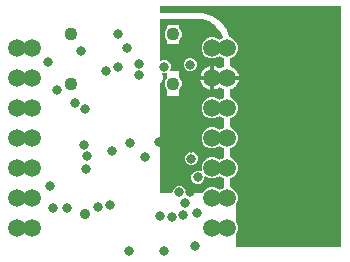
<source format=gbr>
G04 EAGLE Gerber RS-274X export*
G75*
%MOMM*%
%FSLAX34Y34*%
%LPD*%
%INCopper Layer 2*%
%IPPOS*%
%AMOC8*
5,1,8,0,0,1.08239X$1,22.5*%
G01*
%ADD10C,1.108000*%
%ADD11C,1.508000*%
%ADD12C,0.800100*%
%ADD13C,0.906400*%

G36*
X165120Y3052D02*
X165120Y3052D01*
X165139Y3050D01*
X165241Y3072D01*
X165343Y3089D01*
X165360Y3098D01*
X165380Y3102D01*
X165469Y3155D01*
X165560Y3204D01*
X165574Y3218D01*
X165591Y3228D01*
X165658Y3307D01*
X165730Y3382D01*
X165738Y3400D01*
X165751Y3415D01*
X165790Y3511D01*
X165833Y3605D01*
X165835Y3625D01*
X165843Y3643D01*
X165861Y3810D01*
X165861Y207010D01*
X165858Y207030D01*
X165860Y207049D01*
X165838Y207151D01*
X165822Y207253D01*
X165812Y207270D01*
X165808Y207290D01*
X165755Y207379D01*
X165706Y207470D01*
X165692Y207484D01*
X165682Y207501D01*
X165603Y207568D01*
X165528Y207640D01*
X165510Y207648D01*
X165495Y207661D01*
X165399Y207700D01*
X165305Y207743D01*
X165285Y207745D01*
X165267Y207753D01*
X165100Y207771D01*
X12700Y207771D01*
X12680Y207768D01*
X12661Y207770D01*
X12559Y207748D01*
X12457Y207732D01*
X12440Y207722D01*
X12420Y207718D01*
X12331Y207665D01*
X12240Y207616D01*
X12226Y207602D01*
X12209Y207592D01*
X12142Y207513D01*
X12071Y207438D01*
X12062Y207420D01*
X12049Y207405D01*
X12010Y207309D01*
X11967Y207215D01*
X11965Y207195D01*
X11957Y207177D01*
X11939Y207010D01*
X11939Y202692D01*
X11942Y202672D01*
X11940Y202653D01*
X11962Y202551D01*
X11979Y202449D01*
X11988Y202432D01*
X11992Y202412D01*
X12045Y202323D01*
X12094Y202232D01*
X12108Y202218D01*
X12118Y202201D01*
X12197Y202134D01*
X12272Y202062D01*
X12290Y202054D01*
X12305Y202041D01*
X12401Y202002D01*
X12495Y201959D01*
X12515Y201957D01*
X12533Y201949D01*
X12700Y201931D01*
X48240Y201931D01*
X56658Y199196D01*
X63818Y193993D01*
X69021Y186833D01*
X70735Y181556D01*
X70791Y181448D01*
X70845Y181341D01*
X70847Y181339D01*
X70848Y181337D01*
X70934Y181254D01*
X71021Y181168D01*
X71023Y181167D01*
X71025Y181166D01*
X71032Y181162D01*
X71168Y181088D01*
X74350Y179770D01*
X76900Y177220D01*
X78280Y173888D01*
X78280Y170282D01*
X76900Y166950D01*
X74350Y164400D01*
X72226Y163520D01*
X72126Y163459D01*
X72026Y163399D01*
X72022Y163394D01*
X72017Y163391D01*
X71942Y163300D01*
X71866Y163212D01*
X71864Y163206D01*
X71860Y163201D01*
X71818Y163093D01*
X71774Y162984D01*
X71773Y162976D01*
X71772Y162972D01*
X71771Y162953D01*
X71756Y162817D01*
X71756Y157012D01*
X71760Y156988D01*
X71757Y156965D01*
X71779Y156867D01*
X71795Y156769D01*
X71807Y156748D01*
X71812Y156725D01*
X71864Y156640D01*
X71911Y156552D01*
X71928Y156536D01*
X71940Y156515D01*
X72017Y156451D01*
X72089Y156383D01*
X72111Y156372D01*
X72129Y156357D01*
X72282Y156288D01*
X73085Y156027D01*
X74498Y155307D01*
X75782Y154374D01*
X76904Y153252D01*
X77837Y151968D01*
X78557Y150555D01*
X79048Y149046D01*
X79180Y148208D01*
X72517Y148208D01*
X72497Y148205D01*
X72478Y148207D01*
X72376Y148185D01*
X72274Y148168D01*
X72257Y148159D01*
X72237Y148155D01*
X72148Y148102D01*
X72057Y148053D01*
X72043Y148039D01*
X72026Y148029D01*
X71959Y147950D01*
X71887Y147875D01*
X71879Y147857D01*
X71866Y147842D01*
X71827Y147746D01*
X71784Y147652D01*
X71782Y147632D01*
X71774Y147614D01*
X71756Y147447D01*
X71756Y145923D01*
X71759Y145903D01*
X71757Y145884D01*
X71779Y145782D01*
X71795Y145680D01*
X71805Y145663D01*
X71809Y145643D01*
X71862Y145554D01*
X71911Y145463D01*
X71925Y145449D01*
X71935Y145432D01*
X72014Y145365D01*
X72089Y145294D01*
X72107Y145285D01*
X72122Y145272D01*
X72218Y145233D01*
X72312Y145190D01*
X72332Y145188D01*
X72350Y145180D01*
X72517Y145162D01*
X79180Y145162D01*
X79048Y144324D01*
X78557Y142815D01*
X77837Y141402D01*
X76904Y140118D01*
X75782Y138996D01*
X74498Y138063D01*
X73085Y137343D01*
X72282Y137082D01*
X72261Y137071D01*
X72237Y137066D01*
X72152Y137015D01*
X72063Y136969D01*
X72047Y136952D01*
X72026Y136940D01*
X71961Y136864D01*
X71892Y136793D01*
X71882Y136771D01*
X71866Y136753D01*
X71829Y136660D01*
X71786Y136571D01*
X71783Y136547D01*
X71774Y136525D01*
X71756Y136358D01*
X71756Y130553D01*
X71775Y130438D01*
X71792Y130322D01*
X71794Y130316D01*
X71795Y130310D01*
X71850Y130207D01*
X71903Y130103D01*
X71908Y130098D01*
X71911Y130093D01*
X71995Y130013D01*
X72079Y129930D01*
X72085Y129927D01*
X72089Y129923D01*
X72106Y129916D01*
X72226Y129850D01*
X74350Y128970D01*
X76900Y126420D01*
X78280Y123088D01*
X78280Y119482D01*
X76900Y116150D01*
X74350Y113600D01*
X72226Y112720D01*
X72126Y112659D01*
X72026Y112599D01*
X72022Y112594D01*
X72017Y112591D01*
X71942Y112500D01*
X71866Y112412D01*
X71864Y112406D01*
X71860Y112401D01*
X71818Y112293D01*
X71774Y112184D01*
X71773Y112176D01*
X71772Y112172D01*
X71771Y112153D01*
X71756Y112017D01*
X71756Y105153D01*
X71775Y105038D01*
X71792Y104922D01*
X71794Y104916D01*
X71795Y104910D01*
X71850Y104807D01*
X71903Y104703D01*
X71908Y104698D01*
X71911Y104693D01*
X71995Y104613D01*
X72079Y104530D01*
X72085Y104527D01*
X72089Y104523D01*
X72106Y104516D01*
X72226Y104450D01*
X74350Y103570D01*
X76900Y101020D01*
X78280Y97688D01*
X78280Y94082D01*
X76900Y90750D01*
X74350Y88200D01*
X72226Y87320D01*
X72126Y87259D01*
X72026Y87199D01*
X72022Y87194D01*
X72017Y87191D01*
X71942Y87100D01*
X71866Y87012D01*
X71864Y87006D01*
X71860Y87001D01*
X71818Y86893D01*
X71774Y86784D01*
X71773Y86776D01*
X71772Y86772D01*
X71771Y86753D01*
X71756Y86617D01*
X71756Y79753D01*
X71775Y79638D01*
X71792Y79522D01*
X71794Y79516D01*
X71795Y79510D01*
X71850Y79407D01*
X71903Y79303D01*
X71908Y79298D01*
X71911Y79293D01*
X71995Y79213D01*
X72079Y79130D01*
X72085Y79127D01*
X72089Y79123D01*
X72106Y79116D01*
X72226Y79050D01*
X74350Y78170D01*
X76900Y75620D01*
X78280Y72288D01*
X78280Y68682D01*
X76900Y65350D01*
X74350Y62800D01*
X72226Y61920D01*
X72126Y61859D01*
X72026Y61799D01*
X72022Y61794D01*
X72017Y61791D01*
X71942Y61700D01*
X71866Y61612D01*
X71864Y61606D01*
X71860Y61601D01*
X71818Y61493D01*
X71774Y61384D01*
X71773Y61376D01*
X71772Y61372D01*
X71771Y61353D01*
X71756Y61217D01*
X71756Y54353D01*
X71775Y54238D01*
X71792Y54122D01*
X71794Y54116D01*
X71795Y54110D01*
X71850Y54007D01*
X71903Y53903D01*
X71908Y53898D01*
X71911Y53893D01*
X71995Y53813D01*
X72079Y53730D01*
X72085Y53727D01*
X72089Y53723D01*
X72106Y53716D01*
X72226Y53650D01*
X74350Y52770D01*
X76900Y50220D01*
X78280Y46888D01*
X78280Y43282D01*
X76887Y39921D01*
X76879Y39908D01*
X76819Y39839D01*
X76807Y39809D01*
X76788Y39782D01*
X76761Y39696D01*
X76727Y39611D01*
X76723Y39570D01*
X76716Y39547D01*
X76717Y39515D01*
X76709Y39444D01*
X76709Y25326D01*
X76724Y25236D01*
X76731Y25145D01*
X76743Y25115D01*
X76749Y25083D01*
X76791Y25003D01*
X76827Y24919D01*
X76853Y24887D01*
X76864Y24866D01*
X76887Y24844D01*
X76893Y24836D01*
X78280Y21488D01*
X78280Y17882D01*
X76887Y14521D01*
X76879Y14508D01*
X76819Y14439D01*
X76807Y14409D01*
X76788Y14382D01*
X76761Y14296D01*
X76727Y14211D01*
X76723Y14170D01*
X76716Y14147D01*
X76717Y14115D01*
X76709Y14044D01*
X76709Y3810D01*
X76712Y3790D01*
X76710Y3771D01*
X76732Y3669D01*
X76749Y3567D01*
X76758Y3550D01*
X76762Y3530D01*
X76815Y3441D01*
X76864Y3350D01*
X76878Y3336D01*
X76888Y3319D01*
X76967Y3252D01*
X77042Y3181D01*
X77060Y3172D01*
X77075Y3159D01*
X77171Y3120D01*
X77265Y3077D01*
X77285Y3075D01*
X77303Y3067D01*
X77470Y3049D01*
X165100Y3049D01*
X165120Y3052D01*
G37*
G36*
X22308Y49407D02*
X22308Y49407D01*
X22328Y49405D01*
X22429Y49427D01*
X22531Y49444D01*
X22549Y49453D01*
X22568Y49457D01*
X22657Y49510D01*
X22749Y49559D01*
X22762Y49573D01*
X22779Y49583D01*
X22847Y49662D01*
X22918Y49737D01*
X22926Y49755D01*
X22939Y49770D01*
X22978Y49866D01*
X23022Y49960D01*
X23024Y49980D01*
X23031Y49998D01*
X23050Y50165D01*
X23050Y50724D01*
X23891Y52755D01*
X25445Y54309D01*
X27476Y55150D01*
X29674Y55150D01*
X31705Y54309D01*
X33259Y52755D01*
X34100Y50724D01*
X34100Y50165D01*
X34103Y50145D01*
X34101Y50126D01*
X34123Y50024D01*
X34140Y49922D01*
X34149Y49905D01*
X34154Y49885D01*
X34207Y49796D01*
X34255Y49705D01*
X34269Y49691D01*
X34280Y49674D01*
X34358Y49607D01*
X34433Y49536D01*
X34451Y49527D01*
X34467Y49514D01*
X34563Y49475D01*
X34656Y49432D01*
X34676Y49430D01*
X34695Y49422D01*
X34861Y49404D01*
X47984Y49404D01*
X48098Y49423D01*
X48215Y49440D01*
X48220Y49443D01*
X48226Y49444D01*
X48329Y49498D01*
X48434Y49551D01*
X48438Y49556D01*
X48444Y49559D01*
X48525Y49644D01*
X48606Y49727D01*
X48610Y49733D01*
X48613Y49737D01*
X48621Y49754D01*
X48687Y49874D01*
X48830Y50220D01*
X51380Y52770D01*
X54712Y54150D01*
X58318Y54150D01*
X61650Y52770D01*
X62327Y52093D01*
X62343Y52081D01*
X62355Y52066D01*
X62443Y52010D01*
X62526Y51949D01*
X62545Y51943D01*
X62562Y51933D01*
X62663Y51907D01*
X62762Y51877D01*
X62781Y51877D01*
X62801Y51873D01*
X62904Y51881D01*
X63007Y51883D01*
X63026Y51890D01*
X63046Y51892D01*
X63141Y51932D01*
X63238Y51968D01*
X63254Y51980D01*
X63272Y51988D01*
X63403Y52093D01*
X64080Y52770D01*
X66204Y53650D01*
X66304Y53711D01*
X66404Y53771D01*
X66408Y53776D01*
X66413Y53779D01*
X66488Y53870D01*
X66564Y53958D01*
X66566Y53964D01*
X66570Y53969D01*
X66612Y54077D01*
X66656Y54186D01*
X66657Y54194D01*
X66658Y54198D01*
X66659Y54217D01*
X66674Y54353D01*
X66674Y61217D01*
X66655Y61332D01*
X66638Y61448D01*
X66636Y61454D01*
X66635Y61460D01*
X66580Y61563D01*
X66527Y61667D01*
X66522Y61672D01*
X66519Y61677D01*
X66435Y61757D01*
X66351Y61840D01*
X66345Y61843D01*
X66341Y61847D01*
X66324Y61854D01*
X66204Y61920D01*
X64080Y62800D01*
X63403Y63477D01*
X63387Y63489D01*
X63375Y63504D01*
X63287Y63561D01*
X63204Y63621D01*
X63185Y63627D01*
X63168Y63637D01*
X63067Y63663D01*
X62968Y63693D01*
X62949Y63693D01*
X62929Y63697D01*
X62826Y63689D01*
X62723Y63687D01*
X62704Y63680D01*
X62684Y63678D01*
X62589Y63638D01*
X62492Y63602D01*
X62476Y63590D01*
X62458Y63582D01*
X62327Y63477D01*
X61650Y62800D01*
X58318Y61420D01*
X54712Y61420D01*
X51380Y62800D01*
X51211Y62969D01*
X51153Y63011D01*
X51101Y63060D01*
X51081Y63070D01*
X51073Y63077D01*
X51047Y63087D01*
X51012Y63113D01*
X50943Y63134D01*
X50878Y63164D01*
X50849Y63167D01*
X50844Y63169D01*
X50820Y63172D01*
X50776Y63185D01*
X50714Y63184D01*
X50678Y63188D01*
X50673Y63188D01*
X50670Y63187D01*
X50634Y63191D01*
X50583Y63180D01*
X50531Y63179D01*
X50463Y63154D01*
X50444Y63150D01*
X50430Y63148D01*
X50428Y63146D01*
X50393Y63139D01*
X50348Y63112D01*
X50300Y63094D01*
X50244Y63050D01*
X50235Y63044D01*
X50213Y63033D01*
X50210Y63029D01*
X50182Y63013D01*
X50148Y62973D01*
X50108Y62941D01*
X50070Y62882D01*
X50043Y62854D01*
X50040Y62847D01*
X50022Y62826D01*
X50003Y62777D01*
X49975Y62734D01*
X49959Y62673D01*
X49940Y62631D01*
X49938Y62618D01*
X49930Y62598D01*
X49922Y62526D01*
X49914Y62495D01*
X49916Y62472D01*
X49912Y62431D01*
X49912Y61258D01*
X49071Y59227D01*
X47516Y57673D01*
X45486Y56832D01*
X43287Y56832D01*
X41257Y57673D01*
X39702Y59227D01*
X38861Y61258D01*
X38861Y63456D01*
X39702Y65487D01*
X41257Y67041D01*
X43287Y67882D01*
X45486Y67882D01*
X46559Y67438D01*
X46629Y67421D01*
X46696Y67395D01*
X46748Y67393D01*
X46799Y67381D01*
X46870Y67388D01*
X46942Y67385D01*
X46992Y67400D01*
X47043Y67404D01*
X47109Y67434D01*
X47178Y67454D01*
X47221Y67483D01*
X47268Y67504D01*
X47321Y67553D01*
X47380Y67594D01*
X47411Y67636D01*
X47449Y67671D01*
X47484Y67734D01*
X47527Y67791D01*
X47543Y67841D01*
X47568Y67886D01*
X47581Y67957D01*
X47603Y68025D01*
X47602Y68077D01*
X47612Y68128D01*
X47601Y68199D01*
X47600Y68271D01*
X47580Y68340D01*
X47576Y68372D01*
X47565Y68393D01*
X47554Y68432D01*
X47450Y68682D01*
X47450Y72288D01*
X48830Y75620D01*
X51380Y78170D01*
X54712Y79550D01*
X58318Y79550D01*
X61650Y78170D01*
X62327Y77493D01*
X62343Y77481D01*
X62355Y77466D01*
X62443Y77410D01*
X62526Y77349D01*
X62545Y77343D01*
X62562Y77333D01*
X62663Y77307D01*
X62762Y77277D01*
X62781Y77277D01*
X62801Y77273D01*
X62904Y77281D01*
X63007Y77283D01*
X63026Y77290D01*
X63046Y77292D01*
X63141Y77332D01*
X63238Y77368D01*
X63254Y77380D01*
X63272Y77388D01*
X63403Y77493D01*
X64080Y78170D01*
X66204Y79050D01*
X66304Y79111D01*
X66404Y79171D01*
X66408Y79176D01*
X66413Y79179D01*
X66488Y79270D01*
X66564Y79358D01*
X66566Y79364D01*
X66570Y79369D01*
X66612Y79477D01*
X66656Y79586D01*
X66657Y79594D01*
X66658Y79598D01*
X66659Y79617D01*
X66674Y79753D01*
X66674Y86617D01*
X66655Y86732D01*
X66638Y86848D01*
X66636Y86854D01*
X66635Y86860D01*
X66580Y86963D01*
X66527Y87067D01*
X66522Y87072D01*
X66519Y87077D01*
X66435Y87157D01*
X66351Y87240D01*
X66345Y87243D01*
X66341Y87247D01*
X66324Y87254D01*
X66204Y87320D01*
X64080Y88200D01*
X63403Y88877D01*
X63387Y88889D01*
X63375Y88904D01*
X63294Y88956D01*
X63290Y88960D01*
X63287Y88961D01*
X63204Y89021D01*
X63185Y89027D01*
X63168Y89037D01*
X63067Y89063D01*
X62968Y89093D01*
X62949Y89093D01*
X62929Y89097D01*
X62826Y89089D01*
X62723Y89087D01*
X62704Y89080D01*
X62684Y89078D01*
X62589Y89038D01*
X62492Y89002D01*
X62476Y88990D01*
X62458Y88982D01*
X62327Y88877D01*
X61650Y88200D01*
X58318Y86820D01*
X54712Y86820D01*
X51380Y88200D01*
X48830Y90750D01*
X47450Y94082D01*
X47450Y97688D01*
X48830Y101020D01*
X51380Y103570D01*
X54712Y104950D01*
X58318Y104950D01*
X61650Y103570D01*
X62327Y102893D01*
X62343Y102881D01*
X62355Y102866D01*
X62443Y102810D01*
X62526Y102749D01*
X62545Y102743D01*
X62562Y102733D01*
X62663Y102707D01*
X62762Y102677D01*
X62781Y102677D01*
X62801Y102673D01*
X62904Y102681D01*
X63007Y102683D01*
X63026Y102690D01*
X63046Y102692D01*
X63141Y102732D01*
X63238Y102768D01*
X63254Y102780D01*
X63272Y102788D01*
X63403Y102893D01*
X64080Y103570D01*
X66204Y104450D01*
X66304Y104511D01*
X66404Y104571D01*
X66408Y104576D01*
X66413Y104579D01*
X66488Y104670D01*
X66564Y104758D01*
X66566Y104764D01*
X66570Y104769D01*
X66612Y104877D01*
X66656Y104986D01*
X66657Y104994D01*
X66658Y104998D01*
X66659Y105017D01*
X66674Y105153D01*
X66674Y112017D01*
X66655Y112132D01*
X66638Y112248D01*
X66636Y112254D01*
X66635Y112260D01*
X66580Y112363D01*
X66527Y112467D01*
X66522Y112472D01*
X66519Y112477D01*
X66435Y112557D01*
X66351Y112640D01*
X66345Y112643D01*
X66341Y112647D01*
X66324Y112654D01*
X66204Y112720D01*
X64080Y113600D01*
X63403Y114277D01*
X63387Y114289D01*
X63375Y114304D01*
X63287Y114361D01*
X63204Y114421D01*
X63185Y114427D01*
X63168Y114437D01*
X63067Y114463D01*
X62968Y114493D01*
X62949Y114493D01*
X62929Y114497D01*
X62826Y114489D01*
X62723Y114487D01*
X62704Y114480D01*
X62684Y114478D01*
X62589Y114438D01*
X62492Y114402D01*
X62476Y114390D01*
X62458Y114382D01*
X62327Y114277D01*
X61650Y113600D01*
X58318Y112220D01*
X54712Y112220D01*
X51380Y113600D01*
X48830Y116150D01*
X47450Y119482D01*
X47450Y123088D01*
X48830Y126420D01*
X51380Y128970D01*
X54712Y130350D01*
X58318Y130350D01*
X61650Y128970D01*
X62327Y128293D01*
X62343Y128281D01*
X62355Y128266D01*
X62443Y128210D01*
X62526Y128149D01*
X62545Y128143D01*
X62562Y128133D01*
X62663Y128107D01*
X62762Y128077D01*
X62781Y128077D01*
X62801Y128073D01*
X62904Y128081D01*
X63007Y128083D01*
X63026Y128090D01*
X63046Y128092D01*
X63141Y128132D01*
X63238Y128168D01*
X63254Y128180D01*
X63272Y128188D01*
X63403Y128293D01*
X64080Y128970D01*
X66204Y129850D01*
X66304Y129911D01*
X66404Y129971D01*
X66408Y129976D01*
X66413Y129979D01*
X66488Y130070D01*
X66564Y130158D01*
X66566Y130164D01*
X66570Y130169D01*
X66612Y130277D01*
X66656Y130386D01*
X66657Y130394D01*
X66658Y130398D01*
X66659Y130417D01*
X66674Y130553D01*
X66674Y136358D01*
X66670Y136382D01*
X66673Y136405D01*
X66651Y136503D01*
X66635Y136601D01*
X66623Y136622D01*
X66618Y136645D01*
X66566Y136730D01*
X66519Y136818D01*
X66502Y136834D01*
X66490Y136855D01*
X66413Y136919D01*
X66341Y136987D01*
X66319Y136998D01*
X66301Y137013D01*
X66148Y137082D01*
X65345Y137343D01*
X63932Y138063D01*
X63312Y138513D01*
X63291Y138524D01*
X63273Y138540D01*
X63181Y138579D01*
X63093Y138624D01*
X63069Y138627D01*
X63047Y138636D01*
X62948Y138644D01*
X62849Y138658D01*
X62826Y138654D01*
X62802Y138656D01*
X62705Y138632D01*
X62607Y138613D01*
X62587Y138602D01*
X62563Y138596D01*
X62418Y138513D01*
X61798Y138063D01*
X60385Y137343D01*
X58876Y136852D01*
X58038Y136720D01*
X58038Y145162D01*
X65913Y145162D01*
X65933Y145165D01*
X65952Y145163D01*
X66054Y145185D01*
X66156Y145202D01*
X66173Y145211D01*
X66193Y145215D01*
X66282Y145268D01*
X66373Y145317D01*
X66387Y145331D01*
X66404Y145341D01*
X66471Y145420D01*
X66543Y145495D01*
X66551Y145513D01*
X66564Y145528D01*
X66603Y145624D01*
X66646Y145718D01*
X66648Y145738D01*
X66656Y145756D01*
X66674Y145923D01*
X66674Y147447D01*
X66671Y147467D01*
X66673Y147486D01*
X66651Y147588D01*
X66635Y147690D01*
X66625Y147707D01*
X66621Y147727D01*
X66568Y147816D01*
X66519Y147907D01*
X66505Y147921D01*
X66495Y147938D01*
X66416Y148005D01*
X66341Y148076D01*
X66323Y148085D01*
X66308Y148098D01*
X66212Y148137D01*
X66118Y148180D01*
X66098Y148182D01*
X66080Y148190D01*
X65913Y148208D01*
X58038Y148208D01*
X58038Y156650D01*
X58876Y156518D01*
X60385Y156027D01*
X61798Y155307D01*
X62418Y154857D01*
X62439Y154846D01*
X62457Y154830D01*
X62548Y154791D01*
X62637Y154746D01*
X62661Y154743D01*
X62683Y154734D01*
X62782Y154726D01*
X62881Y154712D01*
X62904Y154716D01*
X62928Y154714D01*
X63025Y154738D01*
X63123Y154757D01*
X63144Y154768D01*
X63167Y154774D01*
X63312Y154857D01*
X63932Y155307D01*
X65345Y156027D01*
X66148Y156288D01*
X66169Y156299D01*
X66193Y156304D01*
X66278Y156355D01*
X66367Y156401D01*
X66383Y156418D01*
X66404Y156430D01*
X66469Y156506D01*
X66538Y156577D01*
X66548Y156599D01*
X66564Y156617D01*
X66601Y156710D01*
X66644Y156799D01*
X66647Y156823D01*
X66656Y156845D01*
X66674Y157012D01*
X66674Y162817D01*
X66655Y162932D01*
X66638Y163048D01*
X66636Y163054D01*
X66635Y163060D01*
X66580Y163163D01*
X66527Y163267D01*
X66522Y163272D01*
X66519Y163277D01*
X66435Y163357D01*
X66351Y163440D01*
X66345Y163443D01*
X66341Y163447D01*
X66324Y163454D01*
X66204Y163520D01*
X64080Y164400D01*
X63403Y165077D01*
X63387Y165089D01*
X63375Y165104D01*
X63287Y165161D01*
X63204Y165221D01*
X63185Y165227D01*
X63168Y165237D01*
X63067Y165263D01*
X62968Y165293D01*
X62949Y165293D01*
X62929Y165297D01*
X62826Y165289D01*
X62723Y165287D01*
X62704Y165280D01*
X62684Y165278D01*
X62589Y165238D01*
X62492Y165202D01*
X62476Y165190D01*
X62458Y165182D01*
X62327Y165077D01*
X61650Y164400D01*
X58318Y163020D01*
X54712Y163020D01*
X51380Y164400D01*
X48830Y166950D01*
X47450Y170282D01*
X47450Y173888D01*
X48830Y177220D01*
X51380Y179770D01*
X54712Y181150D01*
X58318Y181150D01*
X61650Y179770D01*
X62327Y179093D01*
X62343Y179081D01*
X62355Y179066D01*
X62435Y179015D01*
X62442Y179008D01*
X62448Y179006D01*
X62526Y178949D01*
X62545Y178943D01*
X62562Y178933D01*
X62663Y178907D01*
X62762Y178877D01*
X62781Y178877D01*
X62801Y178873D01*
X62904Y178881D01*
X63007Y178883D01*
X63026Y178890D01*
X63046Y178892D01*
X63141Y178932D01*
X63238Y178968D01*
X63254Y178980D01*
X63272Y178988D01*
X63353Y179052D01*
X63353Y179053D01*
X63403Y179093D01*
X64080Y179770D01*
X64846Y180087D01*
X64942Y180147D01*
X65040Y180203D01*
X65046Y180211D01*
X65055Y180216D01*
X65127Y180304D01*
X65201Y180389D01*
X65205Y180398D01*
X65212Y180406D01*
X65252Y180511D01*
X65296Y180616D01*
X65296Y180626D01*
X65300Y180636D01*
X65305Y180748D01*
X65313Y180861D01*
X65310Y180873D01*
X65310Y180881D01*
X65303Y180905D01*
X65279Y181025D01*
X64228Y184258D01*
X64212Y184289D01*
X64203Y184324D01*
X64120Y184470D01*
X60057Y190063D01*
X60031Y190088D01*
X60012Y190119D01*
X59888Y190232D01*
X54295Y194295D01*
X54263Y194311D01*
X54235Y194334D01*
X54083Y194403D01*
X47507Y196540D01*
X47502Y196541D01*
X47496Y196543D01*
X47332Y196575D01*
X43875Y196847D01*
X43853Y196845D01*
X43815Y196849D01*
X12700Y196849D01*
X12680Y196846D01*
X12661Y196848D01*
X12559Y196826D01*
X12457Y196810D01*
X12440Y196800D01*
X12420Y196796D01*
X12331Y196743D01*
X12240Y196694D01*
X12226Y196680D01*
X12209Y196670D01*
X12142Y196591D01*
X12071Y196516D01*
X12062Y196498D01*
X12049Y196483D01*
X12010Y196387D01*
X11967Y196293D01*
X11965Y196273D01*
X11957Y196255D01*
X11939Y196088D01*
X11939Y161673D01*
X11946Y161628D01*
X11944Y161582D01*
X11966Y161507D01*
X11979Y161430D01*
X12000Y161390D01*
X12013Y161346D01*
X12057Y161282D01*
X12094Y161213D01*
X12127Y161181D01*
X12153Y161144D01*
X12216Y161097D01*
X12272Y161044D01*
X12314Y161024D01*
X12350Y160997D01*
X12424Y160973D01*
X12495Y160940D01*
X12541Y160935D01*
X12584Y160921D01*
X12662Y160921D01*
X12739Y160913D01*
X12784Y160923D01*
X12830Y160923D01*
X12962Y160961D01*
X12980Y160965D01*
X12984Y160968D01*
X12991Y160970D01*
X14839Y161735D01*
X17038Y161735D01*
X19068Y160894D01*
X20623Y159340D01*
X21464Y157309D01*
X21464Y155111D01*
X20699Y153265D01*
X20691Y153230D01*
X20686Y153220D01*
X20686Y153214D01*
X20669Y153179D01*
X20661Y153102D01*
X20643Y153026D01*
X20647Y152980D01*
X20642Y152935D01*
X20659Y152858D01*
X20666Y152781D01*
X20685Y152739D01*
X20695Y152694D01*
X20735Y152627D01*
X20766Y152556D01*
X20797Y152522D01*
X20821Y152483D01*
X20880Y152432D01*
X20933Y152375D01*
X20973Y152353D01*
X21008Y152323D01*
X21080Y152294D01*
X21148Y152257D01*
X21193Y152248D01*
X21236Y152231D01*
X21372Y152216D01*
X21390Y152213D01*
X21395Y152214D01*
X21403Y152213D01*
X28131Y152213D01*
X28578Y151766D01*
X28578Y146994D01*
X28592Y146904D01*
X28600Y146813D01*
X28612Y146783D01*
X28617Y146751D01*
X28660Y146670D01*
X28696Y146586D01*
X28722Y146554D01*
X28733Y146533D01*
X28756Y146511D01*
X28801Y146455D01*
X29504Y145752D01*
X30580Y143155D01*
X30580Y140345D01*
X29504Y137748D01*
X28801Y137045D01*
X28748Y136971D01*
X28688Y136901D01*
X28676Y136871D01*
X28657Y136845D01*
X28630Y136758D01*
X28596Y136673D01*
X28592Y136632D01*
X28585Y136610D01*
X28586Y136578D01*
X28578Y136506D01*
X28578Y131634D01*
X28131Y131187D01*
X18999Y131187D01*
X18552Y131634D01*
X18552Y136406D01*
X18538Y136496D01*
X18530Y136587D01*
X18518Y136617D01*
X18513Y136649D01*
X18470Y136730D01*
X18434Y136814D01*
X18408Y136846D01*
X18397Y136867D01*
X18374Y136889D01*
X18329Y136945D01*
X17526Y137748D01*
X16450Y140345D01*
X16450Y143155D01*
X17526Y145752D01*
X18329Y146555D01*
X18382Y146629D01*
X18442Y146699D01*
X18454Y146729D01*
X18473Y146755D01*
X18500Y146842D01*
X18534Y146927D01*
X18538Y146968D01*
X18545Y146990D01*
X18544Y147022D01*
X18552Y147094D01*
X18552Y150173D01*
X18545Y150218D01*
X18547Y150264D01*
X18525Y150339D01*
X18513Y150416D01*
X18491Y150456D01*
X18478Y150500D01*
X18434Y150564D01*
X18397Y150633D01*
X18364Y150665D01*
X18338Y150702D01*
X18275Y150749D01*
X18219Y150802D01*
X18178Y150822D01*
X18141Y150849D01*
X18066Y150873D01*
X17996Y150906D01*
X17950Y150911D01*
X17907Y150925D01*
X17829Y150925D01*
X17752Y150933D01*
X17707Y150923D01*
X17661Y150923D01*
X17530Y150885D01*
X17511Y150881D01*
X17507Y150878D01*
X17500Y150876D01*
X17038Y150685D01*
X14992Y150685D01*
X14947Y150677D01*
X14901Y150679D01*
X14826Y150658D01*
X14750Y150645D01*
X14709Y150624D01*
X14665Y150611D01*
X14601Y150566D01*
X14532Y150530D01*
X14501Y150497D01*
X14463Y150470D01*
X14416Y150408D01*
X14363Y150352D01*
X14343Y150310D01*
X14316Y150273D01*
X14292Y150199D01*
X14259Y150129D01*
X14254Y150083D01*
X14240Y150039D01*
X14241Y149961D01*
X14232Y149884D01*
X14242Y149839D01*
X14242Y149793D01*
X14280Y149662D01*
X14284Y149644D01*
X14287Y149639D01*
X14289Y149632D01*
X15006Y147902D01*
X15006Y145598D01*
X14124Y143470D01*
X12495Y141841D01*
X12409Y141805D01*
X12309Y141743D01*
X12209Y141683D01*
X12205Y141679D01*
X12200Y141675D01*
X12125Y141586D01*
X12049Y141497D01*
X12047Y141491D01*
X12043Y141486D01*
X12001Y141378D01*
X11957Y141268D01*
X11956Y141261D01*
X11955Y141256D01*
X11954Y141238D01*
X11939Y141102D01*
X11939Y50165D01*
X11942Y50145D01*
X11940Y50126D01*
X11962Y50024D01*
X11979Y49922D01*
X11988Y49905D01*
X11992Y49885D01*
X12045Y49796D01*
X12094Y49705D01*
X12108Y49691D01*
X12118Y49674D01*
X12197Y49607D01*
X12272Y49536D01*
X12290Y49527D01*
X12305Y49514D01*
X12401Y49475D01*
X12495Y49432D01*
X12515Y49430D01*
X12533Y49422D01*
X12700Y49404D01*
X22289Y49404D01*
X22308Y49407D01*
G37*
%LPC*%
G36*
X18999Y175687D02*
X18999Y175687D01*
X18552Y176134D01*
X18552Y178206D01*
X18538Y178296D01*
X18530Y178387D01*
X18518Y178417D01*
X18513Y178449D01*
X18470Y178530D01*
X18434Y178614D01*
X18408Y178646D01*
X18397Y178666D01*
X18374Y178689D01*
X18329Y178745D01*
X17526Y179548D01*
X16450Y182145D01*
X16450Y184955D01*
X17526Y187552D01*
X18329Y188355D01*
X18382Y188429D01*
X18442Y188499D01*
X18454Y188529D01*
X18473Y188555D01*
X18500Y188642D01*
X18534Y188727D01*
X18538Y188768D01*
X18545Y188790D01*
X18544Y188822D01*
X18552Y188894D01*
X18552Y190766D01*
X18999Y191213D01*
X28131Y191213D01*
X28578Y190766D01*
X28578Y188794D01*
X28581Y188774D01*
X28579Y188754D01*
X28594Y188684D01*
X28600Y188613D01*
X28612Y188583D01*
X28617Y188551D01*
X28627Y188533D01*
X28631Y188514D01*
X28668Y188453D01*
X28696Y188386D01*
X28722Y188354D01*
X28733Y188334D01*
X28747Y188320D01*
X28757Y188303D01*
X28775Y188288D01*
X28801Y188255D01*
X29504Y187552D01*
X30580Y184955D01*
X30580Y182145D01*
X29504Y179548D01*
X28801Y178845D01*
X28748Y178771D01*
X28688Y178701D01*
X28676Y178671D01*
X28657Y178645D01*
X28630Y178558D01*
X28596Y178473D01*
X28592Y178432D01*
X28585Y178410D01*
X28586Y178378D01*
X28578Y178306D01*
X28578Y176134D01*
X28131Y175687D01*
X18999Y175687D01*
G37*
%LPD*%
%LPC*%
G36*
X36655Y152224D02*
X36655Y152224D01*
X34625Y153065D01*
X33070Y154620D01*
X32229Y156650D01*
X32229Y158849D01*
X33070Y160879D01*
X34625Y162434D01*
X36655Y163275D01*
X38854Y163275D01*
X40884Y162434D01*
X42439Y160879D01*
X43280Y158849D01*
X43280Y156650D01*
X42439Y154620D01*
X40884Y153065D01*
X38854Y152224D01*
X36655Y152224D01*
G37*
%LPD*%
%LPC*%
G36*
X37636Y72580D02*
X37636Y72580D01*
X35605Y73421D01*
X34051Y74975D01*
X33210Y77006D01*
X33210Y79204D01*
X34051Y81235D01*
X35605Y82789D01*
X37636Y83630D01*
X39834Y83630D01*
X41865Y82789D01*
X43419Y81235D01*
X44260Y79204D01*
X44260Y77006D01*
X43419Y74975D01*
X41865Y73421D01*
X39834Y72580D01*
X37636Y72580D01*
G37*
%LPD*%
%LPC*%
G36*
X46550Y148208D02*
X46550Y148208D01*
X46682Y149046D01*
X47173Y150555D01*
X47893Y151968D01*
X48826Y153252D01*
X49948Y154374D01*
X51232Y155307D01*
X52645Y156027D01*
X54154Y156518D01*
X54992Y156650D01*
X54992Y148208D01*
X46550Y148208D01*
G37*
%LPD*%
%LPC*%
G36*
X54154Y136852D02*
X54154Y136852D01*
X52645Y137343D01*
X51232Y138063D01*
X49948Y138996D01*
X48826Y140118D01*
X47893Y141402D01*
X47173Y142815D01*
X46682Y144324D01*
X46550Y145162D01*
X54992Y145162D01*
X54992Y136720D01*
X54154Y136852D01*
G37*
%LPD*%
%LPC*%
G36*
X56514Y146684D02*
X56514Y146684D01*
X56514Y146686D01*
X56516Y146686D01*
X56516Y146684D01*
X56514Y146684D01*
G37*
%LPD*%
D10*
X23515Y183550D03*
X-62885Y183550D03*
X-62885Y141750D03*
X23515Y141750D03*
D11*
X-95885Y172085D03*
X-95885Y146685D03*
X-95885Y121285D03*
X-95885Y95885D03*
X-95885Y70485D03*
X-95885Y45085D03*
X-95885Y19685D03*
X-108585Y172085D03*
X-108585Y146685D03*
X-108585Y121285D03*
X-108585Y95885D03*
X-108585Y70485D03*
X-108585Y45085D03*
X-108585Y19685D03*
X56515Y19685D03*
X56515Y45085D03*
X56515Y70485D03*
X56515Y95885D03*
X56515Y121285D03*
X56515Y146685D03*
X56515Y172085D03*
X69215Y19685D03*
X69215Y45085D03*
X69215Y70485D03*
X69215Y95885D03*
X69215Y121285D03*
X69215Y146685D03*
X69215Y172085D03*
D12*
X-12700Y91440D03*
X-54610Y169545D03*
X15875Y0D03*
X-22860Y183515D03*
X38735Y87630D03*
X-80645Y55245D03*
X11430Y92075D03*
X0Y79375D03*
X-59690Y125095D03*
X-28575Y84455D03*
X-13970Y0D03*
X43815Y32385D03*
X-74930Y136525D03*
X-33655Y152400D03*
X-15240Y172085D03*
X38100Y50165D03*
X-40005Y37465D03*
X-66675Y36195D03*
X-78105Y36195D03*
X-5080Y158750D03*
X-5080Y149225D03*
X15939Y156210D03*
X41910Y4445D03*
X-50165Y69850D03*
X22225Y29210D03*
X-52464Y89929D03*
X-50800Y120650D03*
X38735Y78105D03*
X-29718Y39370D03*
X44387Y62357D03*
X33655Y40640D03*
X37755Y157750D03*
D13*
X-51435Y31750D03*
D12*
X-49740Y80552D03*
X-82296Y159893D03*
X12120Y30035D03*
X31977Y30888D03*
X28575Y49625D03*
X-23530Y155575D03*
M02*

</source>
